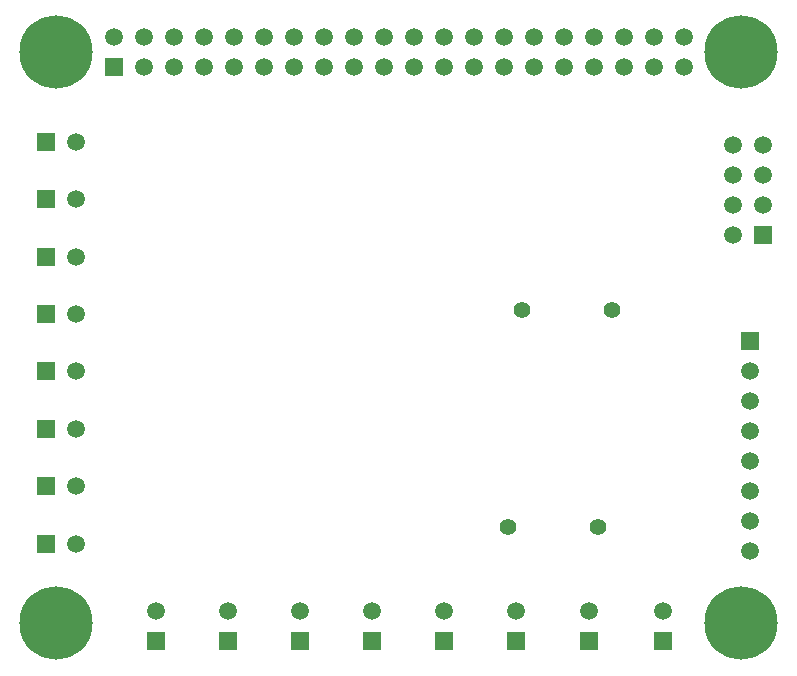
<source format=gbr>
%TF.GenerationSoftware,KiCad,Pcbnew,7.0.1-3b83917a11~172~ubuntu22.04.1*%
%TF.CreationDate,2023-03-24T22:05:32-05:00*%
%TF.ProjectId,pi_hat_forclayton3,70695f68-6174-45f6-966f-72636c617974,rev?*%
%TF.SameCoordinates,Original*%
%TF.FileFunction,Soldermask,Bot*%
%TF.FilePolarity,Negative*%
%FSLAX46Y46*%
G04 Gerber Fmt 4.6, Leading zero omitted, Abs format (unit mm)*
G04 Created by KiCad (PCBNEW 7.0.1-3b83917a11~172~ubuntu22.04.1) date 2023-03-24 22:05:32*
%MOMM*%
%LPD*%
G01*
G04 APERTURE LIST*
%ADD10C,6.200013*%
%ADD11R,1.499997X1.499997*%
%ADD12C,1.499997*%
%ADD13C,1.399997*%
G04 APERTURE END LIST*
D10*
%TO.C,*%
X4556600Y-4627771D03*
%TD*%
%TO.C,*%
X62494000Y-52956148D03*
%TD*%
D11*
%TO.C,M\u002A1_H8*%
X55890000Y-54496150D03*
D12*
X55890000Y-51956150D03*
%TD*%
D11*
%TO.C,P3*%
X64399000Y-20076000D03*
D12*
X61859000Y-20076000D03*
X64399000Y-17536000D03*
X61859000Y-17536000D03*
X64399000Y-14996000D03*
X61859000Y-14996000D03*
X64399000Y-12456000D03*
X61859000Y-12456000D03*
%TD*%
D11*
%TO.C,M\u002A1_H5*%
X37385998Y-54496150D03*
D12*
X37385998Y-51956150D03*
%TD*%
D11*
%TO.C,M\u002A1_H6*%
X43462999Y-54496150D03*
D12*
X43462999Y-51956150D03*
%TD*%
D11*
%TO.C,M\u002A1_H4*%
X31289998Y-54496150D03*
D12*
X31289998Y-51956150D03*
%TD*%
D11*
%TO.C,MK3_A_IN_2*%
X3711034Y-36500554D03*
D12*
X6251034Y-36500554D03*
%TD*%
D11*
%TO.C,P2*%
X63256000Y-29093000D03*
D12*
X63256000Y-31633000D03*
X63256000Y-34173000D03*
X63256000Y-36713000D03*
X63256000Y-39253000D03*
X63256000Y-41793000D03*
X63256000Y-44333000D03*
X63256000Y-46873000D03*
%TD*%
D11*
%TO.C,M\u002A1_H3*%
X25193998Y-54496150D03*
D12*
X25193998Y-51956150D03*
%TD*%
D10*
%TO.C,*%
X4494014Y-52956148D03*
%TD*%
D11*
%TO.C,MK4_A_IN_2*%
X3711034Y-46225097D03*
D12*
X6251034Y-46225097D03*
%TD*%
D13*
%TO.C,R14_A_IN_1*%
X51572000Y-26426000D03*
X43952000Y-26426000D03*
%TD*%
D11*
%TO.C,M\u002A1_H2*%
X19060000Y-54496150D03*
D12*
X19060000Y-51956150D03*
%TD*%
D11*
%TO.C,P1*%
X9426593Y-5897771D03*
D12*
X9426593Y-3357771D03*
X11966593Y-5897771D03*
X11966593Y-3357771D03*
X14506593Y-5897771D03*
X14506593Y-3357771D03*
X17046593Y-5897771D03*
X17046593Y-3357771D03*
X19586593Y-5897771D03*
X19586593Y-3357771D03*
X22126593Y-5897771D03*
X22126593Y-3357771D03*
X24666593Y-5897771D03*
X24666593Y-3357771D03*
X27206593Y-5897771D03*
X27206593Y-3357771D03*
X29746593Y-5897771D03*
X29746593Y-3357771D03*
X32286593Y-5897771D03*
X32286593Y-3357771D03*
X34826593Y-5897771D03*
X34826593Y-3357771D03*
X37366593Y-5897771D03*
X37366593Y-3357771D03*
X39906593Y-5897771D03*
X39906593Y-3357771D03*
X42446593Y-5897771D03*
X42446593Y-3357771D03*
X44986593Y-5897771D03*
X44986593Y-3357771D03*
X47526593Y-5897771D03*
X47526593Y-3357771D03*
X50066593Y-5897771D03*
X50066593Y-3357771D03*
X52606593Y-5897771D03*
X52606593Y-3357771D03*
X55146593Y-5897771D03*
X55146593Y-3357771D03*
X57686593Y-5897771D03*
X57686593Y-3357771D03*
%TD*%
D11*
%TO.C,M\u002A1_H7*%
X49685999Y-54496150D03*
D12*
X49685999Y-51956150D03*
%TD*%
D13*
%TO.C,R14_A_IN_2*%
X50456991Y-44828097D03*
X42836991Y-44828097D03*
%TD*%
D11*
%TO.C,MK2_A_IN_2*%
X3711034Y-31638284D03*
D12*
X6251034Y-31638284D03*
%TD*%
D11*
%TO.C,M\u002A1_H1*%
X12964000Y-54496150D03*
D12*
X12964000Y-51956150D03*
%TD*%
D11*
%TO.C,MK1_A_IN_2*%
X3711034Y-41362825D03*
D12*
X6251034Y-41362825D03*
%TD*%
D11*
%TO.C,MK1_A_IN_1*%
X3711034Y-21913690D03*
D12*
X6251034Y-21913690D03*
%TD*%
D11*
%TO.C,MK4_A_IN_1*%
X3711034Y-26776012D03*
D12*
X6251034Y-26776012D03*
%TD*%
D11*
%TO.C,MK2_A_IN_1*%
X3711034Y-12189147D03*
D12*
X6251034Y-12189147D03*
%TD*%
D11*
%TO.C,MK3_A_IN_1*%
X3711034Y-17051419D03*
D12*
X6251034Y-17051419D03*
%TD*%
D10*
%TO.C,*%
X62556586Y-4627771D03*
%TD*%
M02*

</source>
